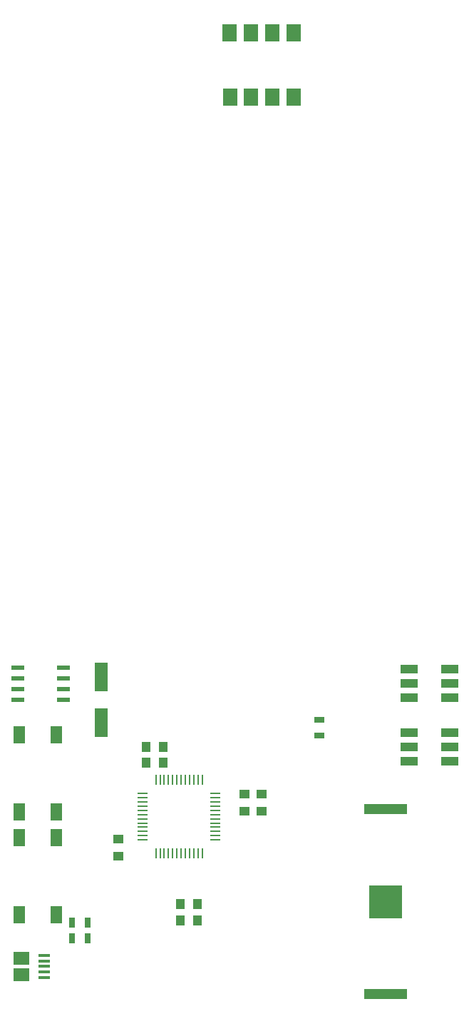
<source format=gtp>
G04 #@! TF.FileFunction,Paste,Top*
%FSLAX46Y46*%
G04 Gerber Fmt 4.6, Leading zero omitted, Abs format (unit mm)*
G04 Created by KiCad (PCBNEW 4.0.7-e2-6376~58~ubuntu16.04.1) date Mon Apr 29 13:58:46 2019*
%MOMM*%
%LPD*%
G01*
G04 APERTURE LIST*
%ADD10C,0.100000*%
%ADD11R,1.600000X3.500000*%
%ADD12R,1.250000X1.000000*%
%ADD13R,1.000000X1.250000*%
%ADD14R,2.000000X1.100000*%
%ADD15R,1.900000X1.500000*%
%ADD16R,1.350000X0.400000*%
%ADD17R,1.300000X0.700000*%
%ADD18R,0.700000X1.300000*%
%ADD19R,1.400000X2.100000*%
%ADD20R,1.680000X2.000000*%
%ADD21R,1.550000X0.600000*%
%ADD22R,0.250000X1.300000*%
%ADD23R,1.300000X0.250000*%
%ADD24R,3.960000X3.960000*%
%ADD25R,5.080000X1.270000*%
G04 APERTURE END LIST*
D10*
D11*
X175895000Y-108237000D03*
X175895000Y-102837000D03*
D12*
X192913000Y-116729000D03*
X192913000Y-118729000D03*
D13*
X183245000Y-111125000D03*
X181245000Y-111125000D03*
D12*
X194945000Y-116729000D03*
X194945000Y-118729000D03*
D13*
X187309000Y-129794000D03*
X185309000Y-129794000D03*
X183245000Y-113030000D03*
X181245000Y-113030000D03*
D12*
X177927000Y-124063000D03*
X177927000Y-122063000D03*
D13*
X187309000Y-131699000D03*
X185309000Y-131699000D03*
D14*
X212484000Y-109425000D03*
X212484000Y-111125000D03*
X212484000Y-112825000D03*
X217284000Y-112825000D03*
X217284000Y-111125000D03*
X217284000Y-109425000D03*
X212484000Y-101932000D03*
X212484000Y-103632000D03*
X212484000Y-105332000D03*
X217284000Y-105332000D03*
X217284000Y-103632000D03*
X217284000Y-101932000D03*
D15*
X166401000Y-138160000D03*
D16*
X169101000Y-136510000D03*
X169101000Y-135860000D03*
X169101000Y-138460000D03*
X169101000Y-137810000D03*
X169101000Y-137160000D03*
D15*
X166401000Y-136160000D03*
D17*
X201803000Y-107889000D03*
X201803000Y-109789000D03*
D18*
X174305000Y-133858000D03*
X172405000Y-133858000D03*
X174305000Y-131953000D03*
X172405000Y-131953000D03*
D19*
X170576000Y-131020000D03*
X166116000Y-131020000D03*
X170576000Y-121920000D03*
X166116000Y-121920000D03*
X170576000Y-118828000D03*
X166116000Y-118828000D03*
X170576000Y-109728000D03*
X166116000Y-109728000D03*
D20*
X198723000Y-34110000D03*
X196183000Y-34110000D03*
X193643000Y-34110000D03*
X191183000Y-34110000D03*
X191103000Y-26490000D03*
X193643000Y-26490000D03*
X196183000Y-26490000D03*
X198723000Y-26490000D03*
D21*
X165956000Y-101727000D03*
X165956000Y-102997000D03*
X165956000Y-104267000D03*
X165956000Y-105537000D03*
X171356000Y-105537000D03*
X171356000Y-104267000D03*
X171356000Y-102997000D03*
X171356000Y-101727000D03*
D22*
X187862039Y-115061523D03*
X187362039Y-115061523D03*
X186862039Y-115061523D03*
X186362039Y-115061523D03*
X185862039Y-115061523D03*
X185362039Y-115061523D03*
X184862039Y-115061523D03*
X184362039Y-115061523D03*
X183862039Y-115061523D03*
X183362039Y-115061523D03*
X182862039Y-115061523D03*
X182362039Y-115061523D03*
D23*
X180762039Y-116661523D03*
X180762039Y-117161523D03*
X180762039Y-117661523D03*
X180762039Y-118161523D03*
X180762039Y-118661523D03*
X180762039Y-119161523D03*
X180762039Y-119661523D03*
X180762039Y-120161523D03*
X180762039Y-120661523D03*
X180762039Y-121161523D03*
X180762039Y-121661523D03*
X180762039Y-122161523D03*
D22*
X182362039Y-123761523D03*
X182862039Y-123761523D03*
X183362039Y-123761523D03*
X183862039Y-123761523D03*
X184362039Y-123761523D03*
X184862039Y-123761523D03*
X185362039Y-123761523D03*
X185862039Y-123761523D03*
X186362039Y-123761523D03*
X186862039Y-123761523D03*
X187362039Y-123761523D03*
X187862039Y-123761523D03*
D23*
X189462039Y-122161523D03*
X189462039Y-121661523D03*
X189462039Y-121161523D03*
X189462039Y-120661523D03*
X189462039Y-120161523D03*
X189462039Y-119661523D03*
X189462039Y-119161523D03*
X189462039Y-118661523D03*
X189462039Y-118161523D03*
X189462039Y-117661523D03*
X189462039Y-117161523D03*
X189462039Y-116661523D03*
D24*
X209677000Y-129477000D03*
D25*
X209677000Y-118492000D03*
X209677000Y-140462000D03*
M02*

</source>
